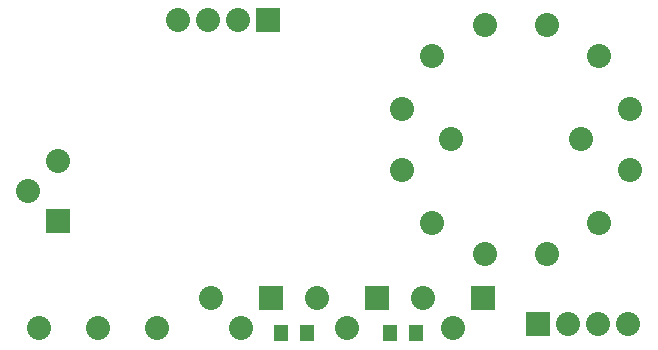
<source format=gbs>
G04 (created by PCBNEW (2013-07-07 BZR 4022)-stable) date 2014-06-17 1:34:36 PM*
%MOIN*%
G04 Gerber Fmt 3.4, Leading zero omitted, Abs format*
%FSLAX34Y34*%
G01*
G70*
G90*
G04 APERTURE LIST*
%ADD10C,0.00590551*%
%ADD11C,0.0802748*%
%ADD12R,0.0465748X0.0565748*%
%ADD13R,0.0802748X0.0802748*%
%ADD14C,0.080315*%
G04 APERTURE END LIST*
G54D10*
G54D11*
X13543Y-19133D03*
X11574Y-19133D03*
X15511Y-19133D03*
G54D12*
X19653Y-19291D03*
X20503Y-19291D03*
G54D13*
X19216Y-8858D03*
G54D11*
X18216Y-8858D03*
X17216Y-8858D03*
X16216Y-8858D03*
G54D14*
X23677Y-11814D03*
X24696Y-10051D03*
X26460Y-9031D03*
X28500Y-9031D03*
X30263Y-10051D03*
X31283Y-11814D03*
X29645Y-12834D03*
X25314Y-12834D03*
X23677Y-13854D03*
X24696Y-15618D03*
X26460Y-16637D03*
X28500Y-16637D03*
X30263Y-15618D03*
X31283Y-13854D03*
G54D12*
X23295Y-19291D03*
X24145Y-19291D03*
G54D11*
X18307Y-19110D03*
X17307Y-18110D03*
G54D13*
X19307Y-18110D03*
G54D11*
X21850Y-19110D03*
X20850Y-18110D03*
G54D13*
X22850Y-18110D03*
G54D11*
X25393Y-19110D03*
X24393Y-18110D03*
G54D13*
X26393Y-18110D03*
G54D11*
X11204Y-14566D03*
X12204Y-13566D03*
G54D13*
X12204Y-15566D03*
X28224Y-18996D03*
G54D11*
X29224Y-18996D03*
X30224Y-18996D03*
X31224Y-18996D03*
M02*

</source>
